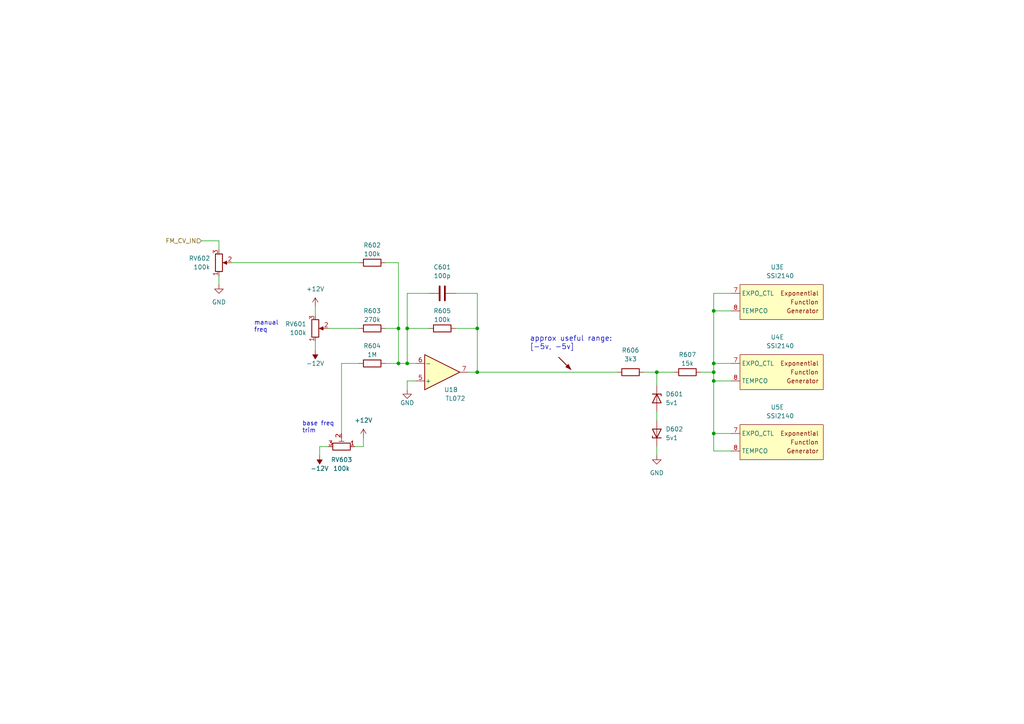
<source format=kicad_sch>
(kicad_sch (version 20211123) (generator eeschema)
  (paper "A4")
  (title_block (title "SSI2140 12-Stage Phase Shifter") (date "2022-10-11") (rev "0") (comment 1 "creativecommons.org/licences/by/4.0") (comment 2 "Licence: CC by 4.0") (comment 3 "Author: Jordan Aceto"))
  (lib_symbols
    (symbol "Amplifier_Operational:TL072" (pin_names (offset 0.127))
      (property "Reference" "U" (at 0 5.08 0))
      (property "Value" "TL072" (at 0 -5.08 0))
      (symbol "TL072_1_1"
        (polyline (pts (xy -5.08 5.08) (xy 5.08 0) (xy -5.08 -5.08) (xy -5.08 5.08)) (stroke (width 0.254)) (fill (type background)))
        (pin output line (at 7.62 0 180) (length 2.54) (name "~") (number "1"))
        (pin input line (at -7.62 -2.54 0) (length 2.54) (name "-") (number "2"))
        (pin input line (at -7.62 2.54 0) (length 2.54) (name "+") (number "3"))
      )
      (symbol "TL072_2_1"
        (polyline (pts (xy -5.08 5.08) (xy 5.08 0) (xy -5.08 -5.08) (xy -5.08 5.08)) (stroke (width 0.254)) (fill (type background)))
        (pin input line (at -7.62 2.54 0) (length 2.54) (name "+") (number "5"))
        (pin input line (at -7.62 -2.54 0) (length 2.54) (name "-") (number "6"))
        (pin output line (at 7.62 0 180) (length 2.54) (name "~") (number "7"))
      )
      (symbol "TL072_3_1"
        (pin power_in line (at -2.54 -7.62 90) (length 3.81) (name "V-") (number "4"))
        (pin power_in line (at -2.54 7.62 270) (length 3.81) (name "V+") (number "8"))
      )
    )
    (symbol "Device:C" (pin_numbers hide) (pin_names (offset 0.254))
      (property "Reference" "C" (at 0.635 2.54 0))
      (property "Value" "C" (at 0.635 -2.54 0))
      (symbol "C_0_1"
        (polyline (pts (xy -2.032 -0.762) (xy 2.032 -0.762)) (stroke (width 0.508)))
        (polyline (pts (xy -2.032 0.762) (xy 2.032 0.762)) (stroke (width 0.508)))
      )
      (symbol "C_1_1"
        (pin passive line (at 0 3.81 270) (length 2.794) (name "~") (number "1"))
        (pin passive line (at 0 -3.81 90) (length 2.794) (name "~") (number "2"))
      )
    )
    (symbol "Device:D_Zener" (pin_numbers hide) (pin_names (offset 1.016) hide)
      (property "Reference" "D" (at 0 2.54 0))
      (property "Value" "D_Zener" (at 0 -2.54 0))
      (symbol "D_Zener_0_1"
        (polyline (pts (xy 1.27 0) (xy -1.27 0)))
        (polyline (pts (xy -1.27 -1.27) (xy -1.27 1.27) (xy -0.762 1.27)) (stroke (width 0.254)))
        (polyline (pts (xy 1.27 -1.27) (xy 1.27 1.27) (xy -1.27 0) (xy 1.27 -1.27)) (stroke (width 0.254)))
      )
      (symbol "D_Zener_1_1"
        (pin passive line (at -3.81 0 0) (length 2.54) (name "K") (number "1"))
        (pin passive line (at 3.81 0 180) (length 2.54) (name "A") (number "2"))
      )
    )
    (symbol "Device:R" (pin_numbers hide) (pin_names (offset 0))
      (property "Reference" "R" (at 2.032 0 90))
      (property "Value" "R" (at 0 0 90))
      (symbol "R_0_1"
        (rectangle (start -1.016 -2.54) (end 1.016 2.54) (stroke (width 0.254)))
      )
      (symbol "R_1_1"
        (pin passive line (at 0 3.81 270) (length 1.27) (name "~") (number "1"))
        (pin passive line (at 0 -3.81 90) (length 1.27) (name "~") (number "2"))
      )
    )
    (symbol "Device:R_Potentiometer" (pin_names (offset 1.016) hide)
      (property "Reference" "RV" (at -4.445 0 90))
      (property "Value" "R_Potentiometer" (at -2.54 0 90))
      (symbol "R_Potentiometer_0_1"
        (polyline (pts (xy 2.54 0) (xy 1.524 0)))
        (polyline (pts (xy 1.143 0) (xy 2.286 0.508) (xy 2.286 -0.508) (xy 1.143 0)) (fill (type outline)))
        (rectangle (start 1.016 2.54) (end -1.016 -2.54) (stroke (width 0.254)))
      )
      (symbol "R_Potentiometer_1_1"
        (pin passive line (at 0 3.81 270) (length 1.27) (name "1") (number "1"))
        (pin passive line (at 3.81 0 180) (length 1.27) (name "2") (number "2"))
        (pin passive line (at 0 -3.81 90) (length 1.27) (name "3") (number "3"))
      )
    )
    (symbol "Device:R_Potentiometer_Trim" (pin_names (offset 1.016) hide)
      (property "Reference" "RV" (at -4.445 0 90))
      (property "Value" "R_Potentiometer_Trim" (at -2.54 0 90))
      (symbol "R_Potentiometer_Trim_0_1"
        (polyline (pts (xy 1.524 0.762) (xy 1.524 -0.762)))
        (polyline (pts (xy 2.54 0) (xy 1.524 0)))
        (rectangle (start 1.016 2.54) (end -1.016 -2.54) (stroke (width 0.254)))
      )
      (symbol "R_Potentiometer_Trim_1_1"
        (pin passive line (at 0 3.81 270) (length 1.27) (name "1") (number "1"))
        (pin passive line (at 3.81 0 180) (length 1.27) (name "2") (number "2"))
        (pin passive line (at 0 -3.81 90) (length 1.27) (name "3") (number "3"))
      )
    )
    (symbol "Graphic:SYM_Arrow45_Normal" (pin_names (offset 1.016))
      (symbol "SYM_Arrow45_Normal_0_1"
        (polyline (pts (xy 1.524 -1.524) (xy -1.778 1.778)) (stroke (width 0.254)))
        (polyline (pts (xy 1.778 -1.778) (xy 0.254 -1.016) (xy 1.016 -0.254) (xy 1.778 -1.778)) (fill (type outline)))
      )
    )
    (symbol "SSI2140_9"
      (property "Reference" "U" (at 0 10.16 0))
      (property "Value" "SSI2140_9" (at 0 7.62 0))
      (symbol "SSI2140_9_1_0"
        (polyline (pts (xy 0 0) (xy -2.54 0)))
        (polyline (pts (xy 0 -5.08) (xy 0 0) (xy 2.54 0)))
        (polyline (pts (xy -2.54 0) (xy -12.7 6.35) (xy -12.7 -6.35) (xy -2.54 0)) (fill (type background)))
        (text "B1" (at 5.08 0 0) (effects (font (size 1.27 1.27))))
        (text "Gm1" (at -8.89 0 0) (effects (font (size 1.27 1.27))))
      )
      (symbol "SSI2140_9_1_1"
        (polyline (pts (xy 8.89 0) (xy 2.54 5.08) (xy 2.54 -5.08) (xy 8.89 0)) (fill (type background)))
        (circle (center 0 0) (radius 0.635) (fill (type outline)))
        (pin output line (at 11.43 0 180) (length 2.54) (name "") (number "4"))
        (pin input line (at 0 -7.62 90) (length 2.54) (name "") (number "5"))
        (pin input line (at -15.24 0 0) (length 2.54) (name "") (number "6"))
      )
      (symbol "SSI2140_9_2_0"
        (polyline (pts (xy 0 0) (xy -2.54 0)))
        (polyline (pts (xy 0 -5.08) (xy 0 0) (xy 2.54 0)))
        (polyline (pts (xy -2.54 0) (xy -12.7 6.35) (xy -12.7 -6.35) (xy -2.54 0)) (fill (type background)))
        (text "B2" (at 5.08 0 0) (effects (font (size 1.27 1.27))))
        (text "Gm2" (at -8.89 0 0) (effects (font (size 1.27 1.27))))
      )
      (symbol "SSI2140_9_2_1"
        (polyline (pts (xy 8.89 0) (xy 2.54 5.08) (xy 2.54 -5.08) (xy 8.89 0)) (fill (type background)))
        (circle (center 0 0) (radius 0.635) (fill (type outline)))
        (pin output line (at 11.43 0 180) (length 2.54) (name "") (number "1"))
        (pin input line (at 0 -7.62 90) (length 2.54) (name "") (number "2"))
        (pin input line (at -15.24 0 0) (length 2.54) (name "") (number "3"))
      )
      (symbol "SSI2140_9_3_0"
        (polyline (pts (xy 0 0) (xy -2.54 0)))
        (polyline (pts (xy 0 -5.08) (xy 0 0) (xy 2.54 0)))
        (polyline (pts (xy -2.54 0) (xy -12.7 6.35) (xy -12.7 -6.35) (xy -2.54 0)) (fill (type background)))
        (text "B3" (at 5.08 0 0) (effects (font (size 1.27 1.27))))
        (text "Gm3" (at -8.89 0 0) (effects (font (size 1.27 1.27))))
      )
      (symbol "SSI2140_9_3_1"
        (polyline (pts (xy 8.89 0) (xy 2.54 5.08) (xy 2.54 -5.08) (xy 8.89 0)) (fill (type background)))
        (circle (center 0 0) (radius 0.635) (fill (type outline)))
        (pin output line (at 11.43 0 180) (length 2.54) (name "") (number "17"))
        (pin input line (at 0 -7.62 90) (length 2.54) (name "") (number "18"))
        (pin input line (at -15.24 0 0) (length 2.54) (name "") (number "19"))
      )
      (symbol "SSI2140_9_4_0"
        (polyline (pts (xy 0 0) (xy -2.54 0)))
        (polyline (pts (xy 27.94 -5.08) (xy 35.56 5.08)))
        (polyline (pts (xy 35.56 -5.08) (xy 28.575 5.08)))
        (polyline (pts (xy 0 -5.08) (xy 0 0) (xy 2.54 0)))
        (polyline (pts (xy 11.43 0) (xy 11.43 0) (xy 8.89 0)))
        (polyline (pts (xy 20.32 3.175) (xy 14.605 3.175) (xy 14.605 0)))
        (polyline (pts (xy 25.4 -5.08) (xy 25.4 -2.54) (xy 27.94 -2.54)))
        (polyline (pts (xy -2.54 0) (xy -12.7 6.35) (xy -12.7 -6.35) (xy -2.54 0)) (fill (type background)))
        (polyline (pts (xy 35.56 5.08) (xy 27.94 5.08) (xy 27.94 -5.08) (xy 35.56 -5.08)) (fill (type background)))
        (polyline (pts (xy 43.18 0) (xy 35.56 5.08) (xy 35.56 -5.08) (xy 43.18 0)) (fill (type background)))
        (polyline (pts (xy 20.32 3.175) (xy 20.955 4.445) (xy 21.59 1.905) (xy 22.225 4.445) (xy 22.86 1.905) (xy 23.495 4.445) (xy 24.13 1.905) (xy 24.765 4.445) (xy 25.4 3.175) (xy 27.94 3.175)))
        (text "+" (at 26.67 -1.27 0) (effects (font (size 1.27 1.27))))
        (text "-" (at 26.67 3.81 0) (effects (font (size 1.27 1.27))))
        (text "B4" (at 5.08 0 0) (effects (font (size 1.27 1.27))))
        (text "Gm4" (at -8.89 0 0) (effects (font (size 1.27 1.27))))
        (text "Qvca" (at 38.735 0 0) (effects (font (size 1.27 1.27))))
      )
      (symbol "SSI2140_9_4_1"
        (polyline (pts (xy 11.43 0) (xy 14.605 0)))
        (polyline (pts (xy 8.89 0) (xy 2.54 5.08) (xy 2.54 -5.08) (xy 8.89 0)) (fill (type background)))
        (circle (center 0 0) (radius 0.635) (fill (type outline)))
        (pin input line (at 31.75 -7.62 90) (length 2.54) (name "") (number "12"))
        (pin input line (at 25.4 -7.62 90) (length 2.54) (name "") (number "13"))
        (pin output line (at 11.43 0 180) (length 2.54) (name "") (number "14"))
        (pin input line (at 0 -7.62 90) (length 2.54) (name "") (number "15"))
        (pin input line (at -15.24 0 0) (length 2.54) (name "") (number "16"))
        (pin output line (at 45.72 0 180) (length 2.54) (name "") (number "9"))
      )
      (symbol "SSI2140_9_5_0"
        (text "Exponential" (at -10.16 2.54 0) (effects (font (size 1.27 1.27)) (justify left)))
        (text "Function" (at -10.16 0 0) (effects (font (size 1.27 1.27)) (justify left)))
        (text "Generator" (at -10.16 -2.54 0) (effects (font (size 1.27 1.27)) (justify left)))
      )
      (symbol "SSI2140_9_5_1"
        (rectangle (start -11.43 5.08) (end 12.7 -5.08) (fill (type background)))
        (pin input line (at 15.24 2.54 180) (length 2.54) (name "EXPO_CTL") (number "7"))
        (pin input line (at 15.24 -2.54 180) (length 2.54) (name "TEMPCO") (number "8"))
      )
      (symbol "SSI2140_9_6_0"
        (rectangle (start -3.81 6.35) (end 3.81 -11.43) (fill (type background)))
      )
      (symbol "SSI2140_9_6_1"
        (pin power_in line (at 6.35 -2.54 180) (length 2.54) (name "GND") (number "10"))
        (pin power_in line (at 6.35 -8.89 180) (length 2.54) (name "V-") (number "11"))
        (pin power_in line (at 6.35 3.81 180) (length 2.54) (name "V+") (number "20"))
      )
    )
    (symbol "custom_symbols:SSI2140"
      (property "Reference" "U" (at 0 10.16 0))
      (property "Value" "SSI2140" (at 0 7.62 0))
      (symbol "SSI2140_1_0"
        (polyline (pts (xy 0 0) (xy -2.54 0)))
        (polyline (pts (xy 0 -5.08) (xy 0 0) (xy 2.54 0)))
        (polyline (pts (xy -2.54 0) (xy -12.7 6.35) (xy -12.7 -6.35) (xy -2.54 0)) (fill (type background)))
        (text "B1" (at 5.08 0 0) (effects (font (size 1.27 1.27))))
        (text "Gm1" (at -8.89 0 0) (effects (font (size 1.27 1.27))))
      )
      (symbol "SSI2140_1_1"
        (polyline (pts (xy 8.89 0) (xy 2.54 5.08) (xy 2.54 -5.08) (xy 8.89 0)) (fill (type background)))
        (circle (center 0 0) (radius 0.635) (fill (type outline)))
        (pin output line (at 11.43 0 180) (length 2.54) (name "") (number "4"))
        (pin input line (at 0 -7.62 90) (length 2.54) (name "") (number "5"))
        (pin input line (at -15.24 0 0) (length 2.54) (name "") (number "6"))
      )
      (symbol "SSI2140_2_0"
        (polyline (pts (xy 0 0) (xy -2.54 0)))
        (polyline (pts (xy 0 -5.08) (xy 0 0) (xy 2.54 0)))
        (polyline (pts (xy -2.54 0) (xy -12.7 6.35) (xy -12.7 -6.35) (xy -2.54 0)) (fill (type background)))
        (text "B2" (at 5.08 0 0) (effects (font (size 1.27 1.27))))
        (text "Gm2" (at -8.89 0 0) (effects (font (size 1.27 1.27))))
      )
      (symbol "SSI2140_2_1"
        (polyline (pts (xy 8.89 0) (xy 2.54 5.08) (xy 2.54 -5.08) (xy 8.89 0)) (fill (type background)))
        (circle (center 0 0) (radius 0.635) (fill (type outline)))
        (pin output line (at 11.43 0 180) (length 2.54) (name "") (number "1"))
        (pin input line (at 0 -7.62 90) (length 2.54) (name "") (number "2"))
        (pin input line (at -15.24 0 0) (length 2.54) (name "") (number "3"))
      )
      (symbol "SSI2140_3_0"
        (polyline (pts (xy 0 0) (xy -2.54 0)))
        (polyline (pts (xy 0 -5.08) (xy 0 0) (xy 2.54 0)))
        (polyline (pts (xy -2.54 0) (xy -12.7 6.35) (xy -12.7 -6.35) (xy -2.54 0)) (fill (type background)))
        (text "B3" (at 5.08 0 0) (effects (font (size 1.27 1.27))))
        (text "Gm3" (at -8.89 0 0) (effects (font (size 1.27 1.27))))
      )
      (symbol "SSI2140_3_1"
        (polyline (pts (xy 8.89 0) (xy 2.54 5.08) (xy 2.54 -5.08) (xy 8.89 0)) (fill (type background)))
        (circle (center 0 0) (radius 0.635) (fill (type outline)))
        (pin output line (at 11.43 0 180) (length 2.54) (name "") (number "17"))
        (pin input line (at 0 -7.62 90) (length 2.54) (name "") (number "18"))
        (pin input line (at -15.24 0 0) (length 2.54) (name "") (number "19"))
      )
      (symbol "SSI2140_4_0"
        (polyline (pts (xy 0 0) (xy -2.54 0)))
        (polyline (pts (xy 27.94 -5.08) (xy 35.56 5.08)))
        (polyline (pts (xy 35.56 -5.08) (xy 28.575 5.08)))
        (polyline (pts (xy 0 -5.08) (xy 0 0) (xy 2.54 0)))
        (polyline (pts (xy 11.43 0) (xy 11.43 0) (xy 8.89 0)))
        (polyline (pts (xy 20.32 3.175) (xy 14.605 3.175) (xy 14.605 0)))
        (polyline (pts (xy 25.4 -5.08) (xy 25.4 -2.54) (xy 27.94 -2.54)))
        (polyline (pts (xy -2.54 0) (xy -12.7 6.35) (xy -12.7 -6.35) (xy -2.54 0)) (fill (type background)))
        (polyline (pts (xy 35.56 5.08) (xy 27.94 5.08) (xy 27.94 -5.08) (xy 35.56 -5.08)) (fill (type background)))
        (polyline (pts (xy 43.18 0) (xy 35.56 5.08) (xy 35.56 -5.08) (xy 43.18 0)) (fill (type background)))
        (polyline (pts (xy 20.32 3.175) (xy 20.955 4.445) (xy 21.59 1.905) (xy 22.225 4.445) (xy 22.86 1.905) (xy 23.495 4.445) (xy 24.13 1.905) (xy 24.765 4.445) (xy 25.4 3.175) (xy 27.94 3.175)))
        (text "+" (at 26.67 -1.27 0) (effects (font (size 1.27 1.27))))
        (text "-" (at 26.67 3.81 0) (effects (font (size 1.27 1.27))))
        (text "B4" (at 5.08 0 0) (effects (font (size 1.27 1.27))))
        (text "Gm4" (at -8.89 0 0) (effects (font (size 1.27 1.27))))
        (text "Qvca" (at 38.735 0 0) (effects (font (size 1.27 1.27))))
      )
      (symbol "SSI2140_4_1"
        (polyline (pts (xy 11.43 0) (xy 14.605 0)))
        (polyline (pts (xy 8.89 0) (xy 2.54 5.08) (xy 2.54 -5.08) (xy 8.89 0)) (fill (type background)))
        (circle (center 0 0) (radius 0.635) (fill (type outline)))
        (pin input line (at 31.75 -7.62 90) (length 2.54) (name "") (number "12"))
        (pin input line (at 25.4 -7.62 90) (length 2.54) (name "") (number "13"))
        (pin output line (at 11.43 0 180) (length 2.54) (name "") (number "14"))
        (pin input line (at 0 -7.62 90) (length 2.54) (name "") (number "15"))
        (pin input line (at -15.24 0 0) (length 2.54) (name "") (number "16"))
        (pin output line (at 45.72 0 180) (length 2.54) (name "") (number "9"))
      )
      (symbol "SSI2140_5_0"
        (text "Exponential" (at -10.16 2.54 0) (effects (font (size 1.27 1.27)) (justify left)))
        (text "Function" (at -10.16 0 0) (effects (font (size 1.27 1.27)) (justify left)))
        (text "Generator" (at -10.16 -2.54 0) (effects (font (size 1.27 1.27)) (justify left)))
      )
      (symbol "SSI2140_5_1"
        (rectangle (start -11.43 5.08) (end 12.7 -5.08) (fill (type background)))
        (pin input line (at 15.24 2.54 180) (length 2.54) (name "EXPO_CTL") (number "7"))
        (pin input line (at 15.24 -2.54 180) (length 2.54) (name "TEMPCO") (number "8"))
      )
      (symbol "SSI2140_6_0"
        (rectangle (start -3.81 6.35) (end 3.81 -11.43) (fill (type background)))
      )
      (symbol "SSI2140_6_1"
        (pin power_in line (at 6.35 -2.54 180) (length 2.54) (name "GND") (number "10"))
        (pin power_in line (at 6.35 -8.89 180) (length 2.54) (name "V-") (number "11"))
        (pin power_in line (at 6.35 3.81 180) (length 2.54) (name "V+") (number "20"))
      )
    )
    (symbol "power:+12V" (power) (pin_names (offset 0))
      (property "Value" "+12V" (at 0 3.556 0))
      (symbol "+12V_0_1"
        (polyline (pts (xy -0.762 1.27) (xy 0 2.54)))
        (polyline (pts (xy 0 0) (xy 0 2.54)))
        (polyline (pts (xy 0 2.54) (xy 0.762 1.27)))
      )
      (symbol "+12V_1_1"
        (pin power_in line (at 0 0 90) (length 0) hide (name "+12V") (number "1"))
      )
    )
    (symbol "power:-12V" (power) (pin_names (offset 0))
      (property "Value" "-12V" (at 0 3.81 0))
      (symbol "-12V_0_0"
        (pin power_in line (at 0 0 90) (length 0) hide (name "-12V") (number "1"))
      )
      (symbol "-12V_0_1"
        (polyline (pts (xy 0 0) (xy 0 1.27) (xy 0.762 1.27) (xy 0 2.54) (xy -0.762 1.27) (xy 0 1.27)) (fill (type outline)))
      )
    )
    (symbol "power:GND" (power) (pin_names (offset 0))
      (property "Value" "GND" (at 0 -3.81 0))
      (symbol "GND_0_1"
        (polyline (pts (xy 0 0) (xy 0 -1.27) (xy 1.27 -1.27) (xy 0 -2.54) (xy -1.27 -1.27) (xy 0 -1.27)))
      )
      (symbol "GND_1_1"
        (pin power_in line (at 0 0 270) (length 0) hide (name "GND") (number "1"))
      )
    )
  )
  (junction (at 138.43 95.25))
  (junction (at 207.01 125.73))
  (junction (at 207.01 110.49))
  (junction (at 207.01 107.95))
  (junction (at 190.5 107.95))
  (junction (at 118.11 95.25))
  (junction (at 115.57 105.41))
  (junction (at 138.43 107.95))
  (junction (at 207.01 105.41))
  (junction (at 118.11 105.41))
  (junction (at 115.57 95.25))
  (junction (at 207.01 90.17))
  (wire (pts (xy 207.01 125.73) (xy 212.09 125.73)))
  (wire (pts (xy 118.11 85.09) (xy 118.11 95.25)))
  (wire (pts (xy 91.44 91.44) (xy 91.44 88.9)))
  (wire (pts (xy 95.25 95.25) (xy 104.14 95.25)))
  (wire (pts (xy 118.11 105.41) (xy 120.65 105.41)))
  (wire (pts (xy 118.11 95.25) (xy 118.11 105.41)))
  (wire (pts (xy 92.71 129.54) (xy 95.25 129.54)))
  (wire (pts (xy 138.43 85.09) (xy 132.08 85.09)))
  (wire (pts (xy 212.09 130.81) (xy 207.01 130.81)))
  (wire (pts (xy 132.08 95.25) (xy 138.43 95.25)))
  (wire (pts (xy 115.57 105.41) (xy 115.57 95.25)))
  (wire (pts (xy 207.01 107.95) (xy 207.01 105.41)))
  (wire (pts (xy 207.01 105.41) (xy 212.09 105.41)))
  (wire (pts (xy 91.44 99.06) (xy 91.44 101.6)))
  (wire (pts (xy 111.76 105.41) (xy 115.57 105.41)))
  (wire (pts (xy 92.71 129.54) (xy 92.71 132.08)))
  (wire (pts (xy 63.5 69.85) (xy 63.5 72.39)))
  (wire (pts (xy 63.5 80.01) (xy 63.5 82.55)))
  (wire (pts (xy 118.11 110.49) (xy 118.11 113.03)))
  (wire (pts (xy 190.5 129.54) (xy 190.5 132.08)))
  (wire (pts (xy 105.41 129.54) (xy 105.41 127)))
  (wire (pts (xy 207.01 85.09) (xy 212.09 85.09)))
  (wire (pts (xy 212.09 110.49) (xy 207.01 110.49)))
  (wire (pts (xy 212.09 90.17) (xy 207.01 90.17)))
  (wire (pts (xy 207.01 90.17) (xy 207.01 105.41)))
  (wire (pts (xy 58.42 69.85) (xy 63.5 69.85)))
  (wire (pts (xy 124.46 95.25) (xy 118.11 95.25)))
  (wire (pts (xy 138.43 107.95) (xy 138.43 95.25)))
  (wire (pts (xy 118.11 110.49) (xy 120.65 110.49)))
  (wire (pts (xy 115.57 105.41) (xy 118.11 105.41)))
  (wire (pts (xy 99.06 105.41) (xy 99.06 125.73)))
  (wire (pts (xy 186.69 107.95) (xy 190.5 107.95)))
  (wire (pts (xy 99.06 105.41) (xy 104.14 105.41)))
  (wire (pts (xy 115.57 76.2) (xy 115.57 95.25)))
  (wire (pts (xy 190.5 107.95) (xy 190.5 111.76)))
  (wire (pts (xy 118.11 85.09) (xy 124.46 85.09)))
  (wire (pts (xy 102.87 129.54) (xy 105.41 129.54)))
  (wire (pts (xy 138.43 95.25) (xy 138.43 85.09)))
  (wire (pts (xy 207.01 110.49) (xy 207.01 125.73)))
  (wire (pts (xy 207.01 130.81) (xy 207.01 125.73)))
  (wire (pts (xy 203.2 107.95) (xy 207.01 107.95)))
  (wire (pts (xy 111.76 95.25) (xy 115.57 95.25)))
  (wire (pts (xy 111.76 76.2) (xy 115.57 76.2)))
  (wire (pts (xy 190.5 119.38) (xy 190.5 121.92)))
  (wire (pts (xy 138.43 107.95) (xy 179.07 107.95)))
  (wire (pts (xy 207.01 110.49) (xy 207.01 107.95)))
  (wire (pts (xy 135.89 107.95) (xy 138.43 107.95)))
  (wire (pts (xy 190.5 107.95) (xy 195.58 107.95)))
  (wire (pts (xy 67.31 76.2) (xy 104.14 76.2)))
  (wire (pts (xy 207.01 90.17) (xy 207.01 85.09)))
  (text "base freq\ntrim" (at 87.63 125.73 0) (effects (font (size 1.27 1.27)) (justify left bottom)))
  (text "manual\nfreq" (at 73.66 96.52 0) (effects (font (size 1.27 1.27)) (justify left bottom)))
  (text "approx useful range:\n[-5v, -5v]" (at 153.67 101.6 0) (effects (font (size 1.5 1.5)) (justify left bottom)))
  (hierarchical_label "FM_CV_IN" (shape input) (at 58.42 69.85 180))
  (symbol (lib_id "Device:D_Zener") (at 190.5 115.57 270) (unit 1)
    (property "Reference" "D601" (at 193.04 114.2999 90) (effects (justify left)))
    (property "Value" "5v1" (at 193.04 116.8399 90) (effects (justify left)))
    (property "Footprint" "Diode_SMD:D_SOD-123" (effects hide))
  )
  (symbol (lib_name "SSI2140_9") (lib_id "custom_symbols:SSI2140") (at 227.33 87.63 0) (mirror y) (unit 5)
    (property "Reference" "U3" (at 223.52 77.47 0) (effects (justify right)))
    (property "Value" "SSI2140" (at 222.25 80.01 0) (effects (justify right)))
    (property "Footprint" "Package_SO:TSSOP-20_4.4x6.5mm_P0.65mm" (effects hide))
  )
  (symbol (lib_id "Device:R") (at 199.39 107.95 90) (unit 1)
    (property "Reference" "R607" (at 199.39 102.87 90))
    (property "Value" "15k" (at 199.39 105.41 90))
    (property "Footprint" "Resistor_SMD:R_0603_1608Metric" (effects hide))
  )
  (symbol (lib_id "power:-12V") (at 92.71 132.08 180) (unit 1)
    (property "Reference" "#PWR0104" (effects hide))
    (property "Value" "-12V" (at 92.71 135.89 0))
  )
  (symbol (lib_id "power:GND") (at 63.5 82.55 0) (unit 1)
    (property "Reference" "#PWR015" (effects hide))
    (property "Value" "GND" (at 63.5 87.63 0))
  )
  (symbol (lib_id "Device:R_Potentiometer_Trim") (at 99.06 129.54 270) (mirror x) (unit 1)
    (property "Reference" "RV603" (at 99.06 133.35 90))
    (property "Value" "100k" (at 99.06 135.89 90))
    (property "Footprint" "Potentiometer_THT:Potentiometer_Bourns_3296W_Vertical" (effects hide))
  )
  (symbol (lib_id "Device:D_Zener") (at 190.5 125.73 90) (unit 1)
    (property "Reference" "D602" (at 193.04 124.4599 90) (effects (justify right)))
    (property "Value" "5v1" (at 193.04 126.9999 90) (effects (justify right)))
    (property "Footprint" "Diode_SMD:D_SOD-123" (effects hide))
  )
  (symbol (lib_id "Device:R") (at 107.95 95.25 90) (unit 1)
    (property "Reference" "R603" (at 107.95 90.17 90))
    (property "Value" "270k" (at 107.95 92.71 90))
    (property "Footprint" "Resistor_SMD:R_0603_1608Metric" (effects hide))
  )
  (symbol (lib_id "power:+12V") (at 91.44 88.9 0) (unit 1)
    (property "Reference" "#PWR0102" (effects hide))
    (property "Value" "+12V" (at 91.44 83.82 0))
  )
  (symbol (lib_id "Device:R") (at 128.27 95.25 90) (unit 1)
    (property "Reference" "R605" (at 128.27 90.17 90))
    (property "Value" "100k" (at 128.27 92.71 90))
    (property "Footprint" "Resistor_SMD:R_0603_1608Metric" (effects hide))
  )
  (symbol (lib_id "Device:R") (at 107.95 105.41 90) (unit 1)
    (property "Reference" "R604" (at 107.95 100.33 90))
    (property "Value" "1M" (at 107.95 102.87 90))
    (property "Footprint" "Resistor_SMD:R_0603_1608Metric" (effects hide))
  )
  (symbol (lib_id "custom_symbols:SSI2140") (at 227.33 107.95 0) (mirror y) (unit 5)
    (property "Reference" "U4" (at 223.52 97.79 0) (effects (justify right)))
    (property "Value" "SSI2140" (at 222.25 100.33 0) (effects (justify right)))
    (property "Footprint" "Package_SO:TSSOP-20_4.4x6.5mm_P0.65mm" (effects hide))
  )
  (symbol (lib_id "custom_symbols:SSI2140") (at 227.33 128.27 0) (mirror y) (unit 5)
    (property "Reference" "U5" (at 223.52 118.11 0) (effects (justify right)))
    (property "Value" "SSI2140" (at 222.25 120.65 0) (effects (justify right)))
    (property "Footprint" "Package_SO:TSSOP-20_4.4x6.5mm_P0.65mm" (effects hide))
  )
  (symbol (lib_id "power:GND") (at 118.11 113.03 0) (unit 1)
    (property "Reference" "#PWR017" (effects hide))
    (property "Value" "GND" (at 118.11 116.84 0))
  )
  (symbol (lib_id "Graphic:SYM_Arrow45_Normal") (at 163.83 105.41 0) (unit 1)
    (property "Reference" "#SYM2" (effects hide))
    (property "Value" "SYM_Arrow45_Normal" (effects hide))
  )
  (symbol (lib_id "Device:R_Potentiometer") (at 91.44 95.25 0) (mirror x) (unit 1)
    (property "Reference" "RV601" (at 88.9 93.9799 0) (effects (justify right)))
    (property "Value" "100k" (at 88.9 96.5199 0) (effects (justify right)))
    (property "Footprint" "Potentiometer_THT:Potentiometer_Alpha_RD901F-40-00D_Single_Vertical" (effects hide))
  )
  (symbol (lib_id "power:-12V") (at 91.44 101.6 180) (unit 1)
    (property "Reference" "#PWR0103" (effects hide))
    (property "Value" "-12V" (at 91.44 105.41 0))
  )
  (symbol (lib_id "Device:R") (at 182.88 107.95 90) (unit 1)
    (property "Reference" "R606" (at 182.88 101.6 90))
    (property "Value" "3k3" (at 182.88 104.14 90))
    (property "Footprint" "Resistor_SMD:R_0603_1608Metric" (effects hide))
  )
  (symbol (lib_id "Device:C") (at 128.27 85.09 90) (unit 1)
    (property "Reference" "C601" (at 128.27 77.47 90))
    (property "Value" "100p" (at 128.27 80.01 90))
    (property "Footprint" "Capacitor_SMD:C_0603_1608Metric" (effects hide))
  )
  (symbol (lib_id "Amplifier_Operational:TL072") (at 128.27 107.95 0) (mirror x) (unit 2)
    (property "Reference" "U1" (at 130.81 113.03 0))
    (property "Value" "TL072" (at 132.08 115.57 0))
    (property "Footprint" "Package_SO:SOIC-8_3.9x4.9mm_P1.27mm" (effects hide))
    (property "Datasheet" "http://www.ti.com/lit/ds/symlink/tl071.pdf" (effects hide))
  )
  (symbol (lib_id "Device:R_Potentiometer") (at 63.5 76.2 0) (mirror x) (unit 1)
    (property "Reference" "RV602" (at 60.96 74.9299 0) (effects (justify right)))
    (property "Value" "100k" (at 60.96 77.4699 0) (effects (justify right)))
    (property "Footprint" "Potentiometer_THT:Potentiometer_Alpha_RD901F-40-00D_Single_Vertical" (effects hide))
  )
  (symbol (lib_id "power:+12V") (at 105.41 127 0) (unit 1)
    (property "Reference" "#PWR0101" (effects hide))
    (property "Value" "+12V" (at 105.41 121.92 0))
  )
  (symbol (lib_id "Device:R") (at 107.95 76.2 90) (unit 1)
    (property "Reference" "R602" (at 107.95 71.12 90))
    (property "Value" "100k" (at 107.95 73.66 90))
    (property "Footprint" "Resistor_SMD:R_0603_1608Metric" (effects hide))
  )
  (symbol (lib_id "power:GND") (at 190.5 132.08 0) (unit 1)
    (property "Reference" "#PWR019" (effects hide))
    (property "Value" "GND" (at 190.5 137.16 0))
  )
)
</source>
